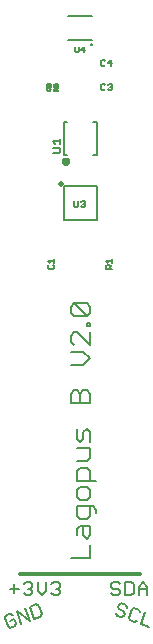
<source format=gbr>
G04 EAGLE Gerber RS-274X export*
G75*
%MOMM*%
%FSLAX34Y34*%
%LPD*%
%INSilkscreen Top*%
%IPPOS*%
%AMOC8*
5,1,8,0,0,1.08239X$1,22.5*%
G01*
%ADD10C,0.304800*%
%ADD11C,0.152400*%
%ADD12C,0.127000*%
%ADD13C,0.508000*%
%ADD14C,0.203200*%
%ADD15C,0.406400*%


D10*
X-50800Y0D02*
X50800Y0D01*
D11*
X-52106Y-12695D02*
X-59563Y-12695D01*
X-55835Y-8967D02*
X-55835Y-16424D01*
X-47869Y-8967D02*
X-46005Y-7102D01*
X-42276Y-7102D01*
X-40412Y-8967D01*
X-40412Y-10831D01*
X-42276Y-12695D01*
X-44141Y-12695D01*
X-42276Y-12695D02*
X-40412Y-14560D01*
X-40412Y-16424D01*
X-42276Y-18288D01*
X-46005Y-18288D01*
X-47869Y-16424D01*
X-36175Y-14560D02*
X-36175Y-7102D01*
X-36175Y-14560D02*
X-32447Y-18288D01*
X-28718Y-14560D01*
X-28718Y-7102D01*
X-24481Y-8967D02*
X-22617Y-7102D01*
X-18888Y-7102D01*
X-17024Y-8967D01*
X-17024Y-10831D01*
X-18888Y-12695D01*
X-20753Y-12695D01*
X-18888Y-12695D02*
X-17024Y-14560D01*
X-17024Y-16424D01*
X-18888Y-18288D01*
X-22617Y-18288D01*
X-24481Y-16424D01*
X-57053Y-34956D02*
X-59443Y-33842D01*
X-62947Y-35117D01*
X-64061Y-37506D01*
X-61510Y-44514D01*
X-59121Y-45628D01*
X-55617Y-44353D01*
X-54503Y-41963D01*
X-55778Y-38459D01*
X-59282Y-39735D01*
X-49884Y-42266D02*
X-53710Y-31755D01*
X-42877Y-39715D01*
X-46702Y-29204D01*
X-42721Y-27755D02*
X-38895Y-38266D01*
X-33640Y-36353D01*
X-32525Y-33964D01*
X-35076Y-26957D01*
X-37465Y-25842D01*
X-42721Y-27755D01*
X31598Y-7102D02*
X33462Y-8967D01*
X31598Y-7102D02*
X27869Y-7102D01*
X26005Y-8967D01*
X26005Y-10831D01*
X27869Y-12695D01*
X31598Y-12695D01*
X33462Y-14560D01*
X33462Y-16424D01*
X31598Y-18288D01*
X27869Y-18288D01*
X26005Y-16424D01*
X37699Y-18288D02*
X37699Y-7102D01*
X37699Y-18288D02*
X43292Y-18288D01*
X45156Y-16424D01*
X45156Y-8967D01*
X43292Y-7102D01*
X37699Y-7102D01*
X49393Y-10831D02*
X49393Y-18288D01*
X49393Y-10831D02*
X53121Y-7102D01*
X56850Y-10831D01*
X56850Y-18288D01*
X56850Y-12695D02*
X49393Y-12695D01*
X38420Y-26190D02*
X39534Y-28579D01*
X38420Y-26190D02*
X34916Y-24914D01*
X32527Y-26029D01*
X31889Y-27780D01*
X33003Y-30170D01*
X36507Y-31445D01*
X37621Y-33835D01*
X36983Y-35586D01*
X34594Y-36701D01*
X31090Y-35425D01*
X29976Y-33036D01*
X49408Y-30189D02*
X50523Y-32579D01*
X49408Y-30189D02*
X45905Y-28914D01*
X43515Y-30028D01*
X40965Y-37036D01*
X42079Y-39425D01*
X45583Y-40700D01*
X47972Y-39586D01*
X51316Y-42787D02*
X55142Y-32276D01*
X51316Y-42787D02*
X58323Y-45337D01*
X8128Y13462D02*
X-8142Y13462D01*
X8128Y13462D02*
X8128Y24309D01*
X-2719Y32545D02*
X-2719Y37969D01*
X-7Y40680D01*
X8128Y40680D01*
X8128Y32545D01*
X5416Y29834D01*
X2705Y32545D01*
X2705Y40680D01*
X13551Y51628D02*
X13551Y54340D01*
X10840Y57052D01*
X-2719Y57052D01*
X-2719Y48917D01*
X-7Y46205D01*
X5416Y46205D01*
X8128Y48917D01*
X8128Y57052D01*
X8128Y65288D02*
X8128Y70712D01*
X5416Y73423D01*
X-7Y73423D01*
X-2719Y70712D01*
X-2719Y65288D01*
X-7Y62577D01*
X5416Y62577D01*
X8128Y65288D01*
X13551Y78948D02*
X-2719Y78948D01*
X-2719Y87083D01*
X-7Y89795D01*
X5416Y89795D01*
X8128Y87083D01*
X8128Y78948D01*
X5416Y95320D02*
X-2719Y95320D01*
X5416Y95320D02*
X8128Y98031D01*
X8128Y106166D01*
X-2719Y106166D01*
X8128Y111691D02*
X8128Y119826D01*
X5416Y122538D01*
X2705Y119826D01*
X2705Y114403D01*
X-7Y111691D01*
X-2719Y114403D01*
X-2719Y122538D01*
X-8142Y144435D02*
X8128Y144435D01*
X-8142Y144435D02*
X-8142Y152569D01*
X-5430Y155281D01*
X-2719Y155281D01*
X-7Y152569D01*
X2705Y155281D01*
X5416Y155281D01*
X8128Y152569D01*
X8128Y144435D01*
X-7Y144435D02*
X-7Y152569D01*
X2705Y177178D02*
X-8142Y177178D01*
X2705Y177178D02*
X8128Y182601D01*
X2705Y188024D01*
X-8142Y188024D01*
X8128Y193549D02*
X8128Y204396D01*
X8128Y193549D02*
X-2719Y204396D01*
X-5430Y204396D01*
X-8142Y201684D01*
X-8142Y196261D01*
X-5430Y193549D01*
X5416Y209921D02*
X8128Y209921D01*
X5416Y209921D02*
X5416Y212632D01*
X8128Y212632D01*
X8128Y209921D01*
X5416Y218107D02*
X-5430Y218107D01*
X-8142Y220818D01*
X-8142Y226241D01*
X-5430Y228953D01*
X5416Y228953D01*
X8128Y226241D01*
X8128Y220818D01*
X5416Y218107D01*
X-5430Y228953D01*
D12*
X-27055Y260327D02*
X-26250Y261132D01*
X-27055Y260327D02*
X-27055Y258717D01*
X-26250Y257912D01*
X-23030Y257912D01*
X-22225Y258717D01*
X-22225Y260327D01*
X-23030Y261132D01*
X-25445Y263525D02*
X-27055Y265135D01*
X-22225Y265135D01*
X-22225Y263525D02*
X-22225Y266745D01*
X22221Y257912D02*
X27051Y257912D01*
X22221Y257912D02*
X22221Y260327D01*
X23026Y261132D01*
X24636Y261132D01*
X25441Y260327D01*
X25441Y257912D01*
X25441Y259522D02*
X27051Y261132D01*
X23831Y263525D02*
X22221Y265135D01*
X27051Y265135D01*
X27051Y263525D02*
X27051Y266745D01*
X-13907Y299276D02*
X-13907Y328105D01*
X13907Y328105D01*
X13907Y299276D01*
X-13907Y299276D01*
D13*
X-16193Y329883D03*
D12*
X-4978Y315472D02*
X-4978Y311447D01*
X-4173Y310642D01*
X-2563Y310642D01*
X-1758Y311447D01*
X-1758Y315472D01*
X635Y314667D02*
X1440Y315472D01*
X3050Y315472D01*
X3855Y314667D01*
X3855Y313862D01*
X3050Y313057D01*
X2245Y313057D01*
X3050Y313057D02*
X3855Y312252D01*
X3855Y311447D01*
X3050Y310642D01*
X1440Y310642D01*
X635Y311447D01*
X-24618Y412584D02*
X-25423Y413389D01*
X-27033Y413389D01*
X-27838Y412584D01*
X-27838Y409364D01*
X-27033Y408559D01*
X-25423Y408559D01*
X-24618Y409364D01*
X-22225Y408559D02*
X-19005Y408559D01*
X-22225Y408559D02*
X-19005Y411779D01*
X-19005Y412584D01*
X-19810Y413389D01*
X-21420Y413389D01*
X-22225Y412584D01*
X20297Y414405D02*
X21102Y413600D01*
X20297Y414405D02*
X18687Y414405D01*
X17882Y413600D01*
X17882Y410380D01*
X18687Y409575D01*
X20297Y409575D01*
X21102Y410380D01*
X23495Y413600D02*
X24300Y414405D01*
X25910Y414405D01*
X26715Y413600D01*
X26715Y412795D01*
X25910Y411990D01*
X25105Y411990D01*
X25910Y411990D02*
X26715Y411185D01*
X26715Y410380D01*
X25910Y409575D01*
X24300Y409575D01*
X23495Y410380D01*
D14*
X8920Y448430D02*
X8922Y448474D01*
X8928Y448518D01*
X8938Y448561D01*
X8951Y448603D01*
X8968Y448644D01*
X8989Y448683D01*
X9013Y448720D01*
X9040Y448755D01*
X9070Y448787D01*
X9103Y448817D01*
X9139Y448843D01*
X9176Y448867D01*
X9216Y448886D01*
X9257Y448903D01*
X9300Y448915D01*
X9343Y448924D01*
X9387Y448929D01*
X9431Y448930D01*
X9475Y448927D01*
X9519Y448920D01*
X9562Y448909D01*
X9604Y448895D01*
X9644Y448877D01*
X9683Y448855D01*
X9719Y448831D01*
X9753Y448803D01*
X9785Y448772D01*
X9814Y448738D01*
X9840Y448702D01*
X9862Y448664D01*
X9881Y448624D01*
X9896Y448582D01*
X9908Y448540D01*
X9916Y448496D01*
X9920Y448452D01*
X9920Y448408D01*
X9916Y448364D01*
X9908Y448320D01*
X9896Y448278D01*
X9881Y448236D01*
X9862Y448196D01*
X9840Y448158D01*
X9814Y448122D01*
X9785Y448088D01*
X9753Y448057D01*
X9719Y448029D01*
X9683Y448005D01*
X9644Y447983D01*
X9604Y447965D01*
X9562Y447951D01*
X9519Y447940D01*
X9475Y447933D01*
X9431Y447930D01*
X9387Y447931D01*
X9343Y447936D01*
X9300Y447945D01*
X9257Y447957D01*
X9216Y447974D01*
X9176Y447993D01*
X9139Y448017D01*
X9103Y448043D01*
X9070Y448073D01*
X9040Y448105D01*
X9013Y448140D01*
X8989Y448177D01*
X8968Y448216D01*
X8951Y448257D01*
X8938Y448299D01*
X8928Y448342D01*
X8922Y448386D01*
X8920Y448430D01*
X10000Y452280D02*
X-10000Y452280D01*
X-10000Y472280D02*
X10000Y472280D01*
D12*
X-4678Y446339D02*
X-4678Y442314D01*
X-3873Y441509D01*
X-2263Y441509D01*
X-1458Y442314D01*
X-1458Y446339D01*
X3350Y446339D02*
X3350Y441509D01*
X935Y443924D02*
X3350Y446339D01*
X4155Y443924D02*
X935Y443924D01*
X-11000Y354300D02*
X-14000Y354300D01*
X-14000Y382300D01*
X-11000Y382300D01*
X11000Y354300D02*
X14000Y354300D01*
X14000Y382300D01*
X11000Y382300D01*
D15*
X-13618Y349300D02*
X-13616Y349366D01*
X-13610Y349432D01*
X-13600Y349498D01*
X-13587Y349563D01*
X-13569Y349627D01*
X-13548Y349689D01*
X-13523Y349751D01*
X-13495Y349811D01*
X-13463Y349869D01*
X-13427Y349925D01*
X-13389Y349978D01*
X-13347Y350030D01*
X-13302Y350079D01*
X-13255Y350125D01*
X-13204Y350168D01*
X-13152Y350208D01*
X-13097Y350245D01*
X-13040Y350279D01*
X-12981Y350309D01*
X-12920Y350336D01*
X-12858Y350359D01*
X-12795Y350378D01*
X-12730Y350394D01*
X-12665Y350406D01*
X-12599Y350414D01*
X-12533Y350418D01*
X-12467Y350418D01*
X-12401Y350414D01*
X-12335Y350406D01*
X-12270Y350394D01*
X-12205Y350378D01*
X-12142Y350359D01*
X-12080Y350336D01*
X-12019Y350309D01*
X-11960Y350279D01*
X-11903Y350245D01*
X-11848Y350208D01*
X-11796Y350168D01*
X-11745Y350125D01*
X-11698Y350079D01*
X-11653Y350030D01*
X-11611Y349978D01*
X-11573Y349925D01*
X-11537Y349869D01*
X-11505Y349811D01*
X-11477Y349751D01*
X-11452Y349689D01*
X-11431Y349627D01*
X-11413Y349563D01*
X-11400Y349498D01*
X-11390Y349432D01*
X-11384Y349366D01*
X-11382Y349300D01*
X-11384Y349234D01*
X-11390Y349168D01*
X-11400Y349102D01*
X-11413Y349037D01*
X-11431Y348973D01*
X-11452Y348911D01*
X-11477Y348849D01*
X-11505Y348789D01*
X-11537Y348731D01*
X-11573Y348675D01*
X-11611Y348622D01*
X-11653Y348570D01*
X-11698Y348521D01*
X-11745Y348475D01*
X-11796Y348432D01*
X-11848Y348392D01*
X-11903Y348355D01*
X-11960Y348321D01*
X-12019Y348291D01*
X-12080Y348264D01*
X-12142Y348241D01*
X-12205Y348222D01*
X-12270Y348206D01*
X-12335Y348194D01*
X-12401Y348186D01*
X-12467Y348182D01*
X-12533Y348182D01*
X-12599Y348186D01*
X-12665Y348194D01*
X-12730Y348206D01*
X-12795Y348222D01*
X-12858Y348241D01*
X-12920Y348264D01*
X-12981Y348291D01*
X-13040Y348321D01*
X-13097Y348355D01*
X-13152Y348392D01*
X-13204Y348432D01*
X-13255Y348475D01*
X-13302Y348521D01*
X-13347Y348570D01*
X-13389Y348622D01*
X-13427Y348675D01*
X-13463Y348731D01*
X-13495Y348789D01*
X-13523Y348849D01*
X-13548Y348911D01*
X-13569Y348973D01*
X-13587Y349037D01*
X-13600Y349102D01*
X-13610Y349168D01*
X-13616Y349234D01*
X-13618Y349300D01*
D11*
X-17964Y356412D02*
X-23472Y356412D01*
X-17964Y356412D02*
X-16862Y357514D01*
X-16862Y359717D01*
X-17964Y360818D01*
X-23472Y360818D01*
X-21268Y363896D02*
X-23472Y366099D01*
X-16862Y366099D01*
X-16862Y363896D02*
X-16862Y368303D01*
D12*
X21102Y433920D02*
X20297Y434725D01*
X18687Y434725D01*
X17882Y433920D01*
X17882Y430700D01*
X18687Y429895D01*
X20297Y429895D01*
X21102Y430700D01*
X25910Y429895D02*
X25910Y434725D01*
X23495Y432310D01*
X26715Y432310D01*
X-27838Y414405D02*
X-27838Y409575D01*
X-27838Y414405D02*
X-25423Y414405D01*
X-24618Y413600D01*
X-24618Y411990D01*
X-25423Y411185D01*
X-27838Y411185D01*
X-26228Y411185D02*
X-24618Y409575D01*
X-22225Y409575D02*
X-19005Y409575D01*
X-22225Y409575D02*
X-19005Y412795D01*
X-19005Y413600D01*
X-19810Y414405D01*
X-21420Y414405D01*
X-22225Y413600D01*
M02*

</source>
